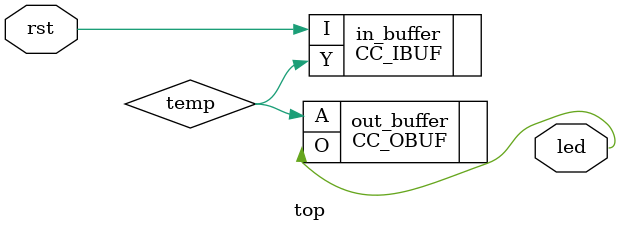
<source format=v>
module top(input rst, output led);
  wire temp;

  CC_OBUF #(
    .SLEW("FAST"),
    .DRIVE("6"),
    .DELAY_OBF(4'b0100),
  ) out_buffer (
    .A(temp),
    .O(led)
  );
  CC_IBUF #(
    .PULLUP(1)
  ) in_buffer (
    .I(rst),
    .Y(temp)
  );
endmodule

</source>
